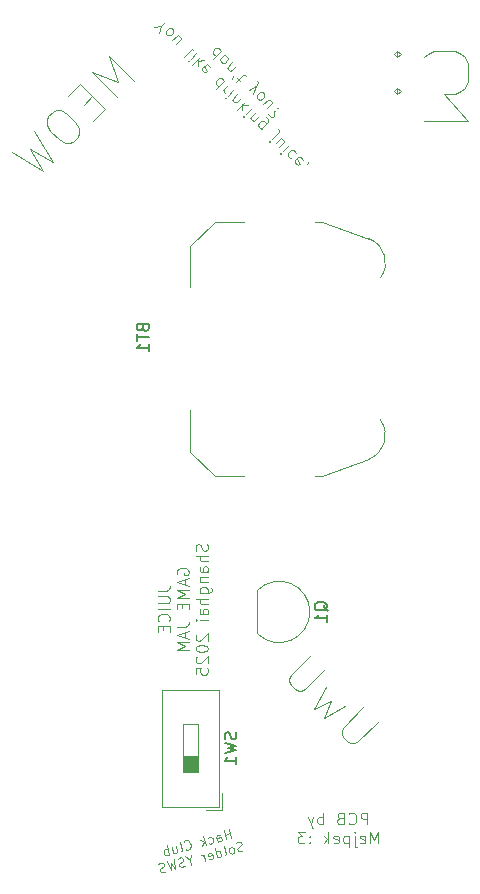
<source format=gbr>
%TF.GenerationSoftware,KiCad,Pcbnew,9.0.1*%
%TF.CreationDate,2025-04-10T00:36:24+08:00*%
%TF.ProjectId,juicePCB,6a756963-6550-4434-922e-6b696361645f,rev?*%
%TF.SameCoordinates,Original*%
%TF.FileFunction,Legend,Bot*%
%TF.FilePolarity,Positive*%
%FSLAX46Y46*%
G04 Gerber Fmt 4.6, Leading zero omitted, Abs format (unit mm)*
G04 Created by KiCad (PCBNEW 9.0.1) date 2025-04-10 00:36:24*
%MOMM*%
%LPD*%
G01*
G04 APERTURE LIST*
%ADD10C,0.100000*%
%ADD11C,0.150000*%
%ADD12C,0.120000*%
G04 APERTURE END LIST*
D10*
X142863366Y-141860903D02*
X142656311Y-141088162D01*
X142754908Y-141456134D02*
X142313342Y-141574451D01*
X142421800Y-141979220D02*
X142214745Y-141206480D01*
X141722654Y-142166556D02*
X141614196Y-141761787D01*
X141614196Y-141761787D02*
X141631274Y-141678333D01*
X141631274Y-141678333D02*
X141695008Y-141621816D01*
X141695008Y-141621816D02*
X141842197Y-141582377D01*
X141842197Y-141582377D02*
X141925651Y-141599455D01*
X141712794Y-142129759D02*
X141796248Y-142146836D01*
X141796248Y-142146836D02*
X141980234Y-142097537D01*
X141980234Y-142097537D02*
X142043969Y-142041021D01*
X142043969Y-142041021D02*
X142061046Y-141957567D01*
X142061046Y-141957567D02*
X142041327Y-141883972D01*
X142041327Y-141883972D02*
X141984810Y-141820238D01*
X141984810Y-141820238D02*
X141901356Y-141803160D01*
X141901356Y-141803160D02*
X141717370Y-141852459D01*
X141717370Y-141852459D02*
X141633916Y-141835381D01*
X141013647Y-142317095D02*
X141097101Y-142334172D01*
X141097101Y-142334172D02*
X141244290Y-142294733D01*
X141244290Y-142294733D02*
X141308025Y-142238216D01*
X141308025Y-142238216D02*
X141334962Y-142191559D01*
X141334962Y-142191559D02*
X141352040Y-142108105D01*
X141352040Y-142108105D02*
X141292881Y-141887322D01*
X141292881Y-141887322D02*
X141236364Y-141823588D01*
X141236364Y-141823588D02*
X141189707Y-141796650D01*
X141189707Y-141796650D02*
X141106253Y-141779573D01*
X141106253Y-141779573D02*
X140959065Y-141819012D01*
X140959065Y-141819012D02*
X140895330Y-141875528D01*
X140692333Y-142442630D02*
X140485277Y-141669889D01*
X140539860Y-142167972D02*
X140397955Y-142521508D01*
X140259919Y-142006347D02*
X140633174Y-142221847D01*
X139016740Y-142812725D02*
X139063397Y-142839662D01*
X139063397Y-142839662D02*
X139183648Y-142846880D01*
X139183648Y-142846880D02*
X139257243Y-142827161D01*
X139257243Y-142827161D02*
X139357775Y-142760784D01*
X139357775Y-142760784D02*
X139411649Y-142667470D01*
X139411649Y-142667470D02*
X139428727Y-142584016D01*
X139428727Y-142584016D02*
X139426085Y-142426968D01*
X139426085Y-142426968D02*
X139396506Y-142316576D01*
X139396506Y-142316576D02*
X139320269Y-142179247D01*
X139320269Y-142179247D02*
X139263753Y-142115513D01*
X139263753Y-142115513D02*
X139170439Y-142061638D01*
X139170439Y-142061638D02*
X139050188Y-142054420D01*
X139050188Y-142054420D02*
X138976593Y-142074140D01*
X138976593Y-142074140D02*
X138876061Y-142140516D01*
X138876061Y-142140516D02*
X138849124Y-142187173D01*
X138594894Y-143004637D02*
X138658628Y-142948120D01*
X138658628Y-142948120D02*
X138675706Y-142864666D01*
X138675706Y-142864666D02*
X138498230Y-142202317D01*
X137831304Y-142657093D02*
X137969341Y-143172253D01*
X138162479Y-142568355D02*
X138270937Y-142973123D01*
X138270937Y-142973123D02*
X138253859Y-143056578D01*
X138253859Y-143056578D02*
X138190124Y-143113094D01*
X138190124Y-143113094D02*
X138079733Y-143142674D01*
X138079733Y-143142674D02*
X137996279Y-143125596D01*
X137996279Y-143125596D02*
X137949622Y-143098659D01*
X137601369Y-143270851D02*
X137394314Y-142498110D01*
X137473192Y-142792488D02*
X137389738Y-142775410D01*
X137389738Y-142775410D02*
X137242549Y-142814849D01*
X137242549Y-142814849D02*
X137178815Y-142871366D01*
X137178815Y-142871366D02*
X137151877Y-142918023D01*
X137151877Y-142918023D02*
X137134800Y-143001477D01*
X137134800Y-143001477D02*
X137193958Y-143222260D01*
X137193958Y-143222260D02*
X137250475Y-143285994D01*
X137250475Y-143285994D02*
X137297132Y-143312932D01*
X137297132Y-143312932D02*
X137380586Y-143330009D01*
X137380586Y-143330009D02*
X137527775Y-143290570D01*
X137527775Y-143290570D02*
X137591509Y-143234054D01*
X143885999Y-142880839D02*
X143785467Y-142947216D01*
X143785467Y-142947216D02*
X143601482Y-142996515D01*
X143601482Y-142996515D02*
X143518027Y-142979437D01*
X143518027Y-142979437D02*
X143471371Y-142952500D01*
X143471371Y-142952500D02*
X143414854Y-142888765D01*
X143414854Y-142888765D02*
X143395134Y-142815171D01*
X143395134Y-142815171D02*
X143412212Y-142731716D01*
X143412212Y-142731716D02*
X143439149Y-142685060D01*
X143439149Y-142685060D02*
X143502884Y-142628543D01*
X143502884Y-142628543D02*
X143640213Y-142552307D01*
X143640213Y-142552307D02*
X143703947Y-142495790D01*
X143703947Y-142495790D02*
X143730885Y-142449133D01*
X143730885Y-142449133D02*
X143747962Y-142365679D01*
X143747962Y-142365679D02*
X143728243Y-142292084D01*
X143728243Y-142292084D02*
X143671726Y-142228350D01*
X143671726Y-142228350D02*
X143625069Y-142201412D01*
X143625069Y-142201412D02*
X143541615Y-142184335D01*
X143541615Y-142184335D02*
X143357629Y-142233634D01*
X143357629Y-142233634D02*
X143257097Y-142300010D01*
X143012727Y-143154271D02*
X143076461Y-143097754D01*
X143076461Y-143097754D02*
X143103399Y-143051097D01*
X143103399Y-143051097D02*
X143120476Y-142967643D01*
X143120476Y-142967643D02*
X143061318Y-142746860D01*
X143061318Y-142746860D02*
X143004801Y-142683126D01*
X143004801Y-142683126D02*
X142958144Y-142656188D01*
X142958144Y-142656188D02*
X142874690Y-142639111D01*
X142874690Y-142639111D02*
X142764298Y-142668690D01*
X142764298Y-142668690D02*
X142700564Y-142725207D01*
X142700564Y-142725207D02*
X142673626Y-142771864D01*
X142673626Y-142771864D02*
X142656549Y-142855318D01*
X142656549Y-142855318D02*
X142715707Y-143076101D01*
X142715707Y-143076101D02*
X142772224Y-143139835D01*
X142772224Y-143139835D02*
X142818881Y-143166773D01*
X142818881Y-143166773D02*
X142902335Y-143183850D01*
X142902335Y-143183850D02*
X143012727Y-143154271D01*
X142313580Y-143341607D02*
X142377314Y-143285090D01*
X142377314Y-143285090D02*
X142394392Y-143201636D01*
X142394392Y-143201636D02*
X142216916Y-142539287D01*
X141688027Y-143509223D02*
X141480972Y-142736482D01*
X141678168Y-143472426D02*
X141761622Y-143489504D01*
X141761622Y-143489504D02*
X141908811Y-143450064D01*
X141908811Y-143450064D02*
X141972545Y-143393548D01*
X141972545Y-143393548D02*
X141999483Y-143346891D01*
X141999483Y-143346891D02*
X142016560Y-143263437D01*
X142016560Y-143263437D02*
X141957401Y-143042654D01*
X141957401Y-143042654D02*
X141900885Y-142978919D01*
X141900885Y-142978919D02*
X141854228Y-142951982D01*
X141854228Y-142951982D02*
X141770774Y-142934904D01*
X141770774Y-142934904D02*
X141623585Y-142974343D01*
X141623585Y-142974343D02*
X141559850Y-143030860D01*
X141015818Y-143649902D02*
X141099272Y-143666980D01*
X141099272Y-143666980D02*
X141246461Y-143627540D01*
X141246461Y-143627540D02*
X141310196Y-143571024D01*
X141310196Y-143571024D02*
X141327273Y-143487570D01*
X141327273Y-143487570D02*
X141248395Y-143193192D01*
X141248395Y-143193192D02*
X141191878Y-143129458D01*
X141191878Y-143129458D02*
X141108424Y-143112380D01*
X141108424Y-143112380D02*
X140961235Y-143151819D01*
X140961235Y-143151819D02*
X140897501Y-143208336D01*
X140897501Y-143208336D02*
X140880423Y-143291790D01*
X140880423Y-143291790D02*
X140900143Y-143365384D01*
X140900143Y-143365384D02*
X141287834Y-143340381D01*
X140657706Y-143785297D02*
X140519670Y-143270136D01*
X140559109Y-143417325D02*
X140502592Y-143353590D01*
X140502592Y-143353590D02*
X140455935Y-143326653D01*
X140455935Y-143326653D02*
X140372481Y-143309575D01*
X140372481Y-143309575D02*
X140298887Y-143329295D01*
X139344802Y-143742698D02*
X139443400Y-144110669D01*
X139493925Y-143268910D02*
X139344802Y-143742698D01*
X139344802Y-143742698D02*
X138978764Y-143406947D01*
X138955177Y-144202049D02*
X138854645Y-144268426D01*
X138854645Y-144268426D02*
X138670659Y-144317724D01*
X138670659Y-144317724D02*
X138587205Y-144300647D01*
X138587205Y-144300647D02*
X138540548Y-144273709D01*
X138540548Y-144273709D02*
X138484031Y-144209975D01*
X138484031Y-144209975D02*
X138464312Y-144136381D01*
X138464312Y-144136381D02*
X138481389Y-144052926D01*
X138481389Y-144052926D02*
X138508327Y-144006269D01*
X138508327Y-144006269D02*
X138572061Y-143949753D01*
X138572061Y-143949753D02*
X138709390Y-143873516D01*
X138709390Y-143873516D02*
X138773125Y-143817000D01*
X138773125Y-143817000D02*
X138800062Y-143770343D01*
X138800062Y-143770343D02*
X138817140Y-143686889D01*
X138817140Y-143686889D02*
X138797420Y-143613294D01*
X138797420Y-143613294D02*
X138740904Y-143549560D01*
X138740904Y-143549560D02*
X138694247Y-143522622D01*
X138694247Y-143522622D02*
X138610793Y-143505545D01*
X138610793Y-143505545D02*
X138426807Y-143554844D01*
X138426807Y-143554844D02*
X138326275Y-143621220D01*
X138058835Y-143653441D02*
X138081904Y-144475481D01*
X138081904Y-144475481D02*
X137786819Y-143962962D01*
X137786819Y-143962962D02*
X137787527Y-144554359D01*
X137787527Y-144554359D02*
X137396486Y-143830917D01*
X137336101Y-144635879D02*
X137235569Y-144702256D01*
X137235569Y-144702256D02*
X137051583Y-144751555D01*
X137051583Y-144751555D02*
X136968129Y-144734477D01*
X136968129Y-144734477D02*
X136921472Y-144707540D01*
X136921472Y-144707540D02*
X136864955Y-144643805D01*
X136864955Y-144643805D02*
X136845236Y-144570211D01*
X136845236Y-144570211D02*
X136862313Y-144486757D01*
X136862313Y-144486757D02*
X136889251Y-144440100D01*
X136889251Y-144440100D02*
X136952985Y-144383583D01*
X136952985Y-144383583D02*
X137090314Y-144307347D01*
X137090314Y-144307347D02*
X137154049Y-144250830D01*
X137154049Y-144250830D02*
X137180986Y-144204173D01*
X137180986Y-144204173D02*
X137198064Y-144120719D01*
X137198064Y-144120719D02*
X137178344Y-144047124D01*
X137178344Y-144047124D02*
X137121828Y-143983390D01*
X137121828Y-143983390D02*
X137075171Y-143956452D01*
X137075171Y-143956452D02*
X136991716Y-143939375D01*
X136991716Y-143939375D02*
X136807731Y-143988674D01*
X136807731Y-143988674D02*
X136707199Y-144055050D01*
X134611930Y-77742216D02*
X132490610Y-75620896D01*
X132490610Y-75620896D02*
X133298732Y-77843232D01*
X133298732Y-77843232D02*
X131076396Y-77035110D01*
X131076396Y-77035110D02*
X133197717Y-79156430D01*
X131076397Y-79055414D02*
X130369290Y-79762521D01*
X131177412Y-81176735D02*
X132187564Y-80166582D01*
X132187564Y-80166582D02*
X130066244Y-78045262D01*
X130066244Y-78045262D02*
X129056092Y-79055414D01*
X127742893Y-80368613D02*
X127338832Y-80772674D01*
X127338832Y-80772674D02*
X127237817Y-81075720D01*
X127237817Y-81075720D02*
X127237817Y-81479781D01*
X127237817Y-81479781D02*
X127540863Y-81984857D01*
X127540863Y-81984857D02*
X128247969Y-82691964D01*
X128247969Y-82691964D02*
X128753046Y-82995010D01*
X128753046Y-82995010D02*
X129157107Y-82995010D01*
X129157107Y-82995010D02*
X129460152Y-82893994D01*
X129460152Y-82893994D02*
X129864213Y-82489933D01*
X129864213Y-82489933D02*
X129965229Y-82186888D01*
X129965229Y-82186888D02*
X129965229Y-81782827D01*
X129965229Y-81782827D02*
X129662183Y-81277750D01*
X129662183Y-81277750D02*
X128955076Y-80570643D01*
X128955076Y-80570643D02*
X128450000Y-80267598D01*
X128450000Y-80267598D02*
X128045939Y-80267598D01*
X128045939Y-80267598D02*
X127742893Y-80368613D01*
X126126649Y-81984857D02*
X127742893Y-84611254D01*
X127742893Y-84611254D02*
X125823603Y-83500086D01*
X125823603Y-83500086D02*
X126934771Y-85419376D01*
X126934771Y-85419376D02*
X124308374Y-83803132D01*
X155259823Y-132017704D02*
X153542564Y-133734963D01*
X153542564Y-133734963D02*
X153239518Y-133835978D01*
X153239518Y-133835978D02*
X153037487Y-133835978D01*
X153037487Y-133835978D02*
X152734442Y-133734963D01*
X152734442Y-133734963D02*
X152330381Y-133330902D01*
X152330381Y-133330902D02*
X152229365Y-133027856D01*
X152229365Y-133027856D02*
X152229365Y-132825826D01*
X152229365Y-132825826D02*
X152330381Y-132522780D01*
X152330381Y-132522780D02*
X154047640Y-130805521D01*
X152532411Y-130704506D02*
X150714137Y-131714658D01*
X150714137Y-131714658D02*
X151320228Y-130300445D01*
X151320228Y-130300445D02*
X149906014Y-130906536D01*
X149906014Y-130906536D02*
X150916167Y-129088262D01*
X150815152Y-127573033D02*
X149097893Y-129290292D01*
X149097893Y-129290292D02*
X148794847Y-129391307D01*
X148794847Y-129391307D02*
X148592816Y-129391307D01*
X148592816Y-129391307D02*
X148289771Y-129290292D01*
X148289771Y-129290292D02*
X147885710Y-128886231D01*
X147885710Y-128886231D02*
X147784694Y-128583185D01*
X147784694Y-128583185D02*
X147784694Y-128381155D01*
X147784694Y-128381155D02*
X147885710Y-128078109D01*
X147885710Y-128078109D02*
X149602969Y-126360850D01*
X154403003Y-140716382D02*
X154403003Y-139716382D01*
X154403003Y-139716382D02*
X154022051Y-139716382D01*
X154022051Y-139716382D02*
X153926813Y-139764001D01*
X153926813Y-139764001D02*
X153879194Y-139811620D01*
X153879194Y-139811620D02*
X153831575Y-139906858D01*
X153831575Y-139906858D02*
X153831575Y-140049715D01*
X153831575Y-140049715D02*
X153879194Y-140144953D01*
X153879194Y-140144953D02*
X153926813Y-140192572D01*
X153926813Y-140192572D02*
X154022051Y-140240191D01*
X154022051Y-140240191D02*
X154403003Y-140240191D01*
X152831575Y-140621143D02*
X152879194Y-140668763D01*
X152879194Y-140668763D02*
X153022051Y-140716382D01*
X153022051Y-140716382D02*
X153117289Y-140716382D01*
X153117289Y-140716382D02*
X153260146Y-140668763D01*
X153260146Y-140668763D02*
X153355384Y-140573524D01*
X153355384Y-140573524D02*
X153403003Y-140478286D01*
X153403003Y-140478286D02*
X153450622Y-140287810D01*
X153450622Y-140287810D02*
X153450622Y-140144953D01*
X153450622Y-140144953D02*
X153403003Y-139954477D01*
X153403003Y-139954477D02*
X153355384Y-139859239D01*
X153355384Y-139859239D02*
X153260146Y-139764001D01*
X153260146Y-139764001D02*
X153117289Y-139716382D01*
X153117289Y-139716382D02*
X153022051Y-139716382D01*
X153022051Y-139716382D02*
X152879194Y-139764001D01*
X152879194Y-139764001D02*
X152831575Y-139811620D01*
X152069670Y-140192572D02*
X151926813Y-140240191D01*
X151926813Y-140240191D02*
X151879194Y-140287810D01*
X151879194Y-140287810D02*
X151831575Y-140383048D01*
X151831575Y-140383048D02*
X151831575Y-140525905D01*
X151831575Y-140525905D02*
X151879194Y-140621143D01*
X151879194Y-140621143D02*
X151926813Y-140668763D01*
X151926813Y-140668763D02*
X152022051Y-140716382D01*
X152022051Y-140716382D02*
X152403003Y-140716382D01*
X152403003Y-140716382D02*
X152403003Y-139716382D01*
X152403003Y-139716382D02*
X152069670Y-139716382D01*
X152069670Y-139716382D02*
X151974432Y-139764001D01*
X151974432Y-139764001D02*
X151926813Y-139811620D01*
X151926813Y-139811620D02*
X151879194Y-139906858D01*
X151879194Y-139906858D02*
X151879194Y-140002096D01*
X151879194Y-140002096D02*
X151926813Y-140097334D01*
X151926813Y-140097334D02*
X151974432Y-140144953D01*
X151974432Y-140144953D02*
X152069670Y-140192572D01*
X152069670Y-140192572D02*
X152403003Y-140192572D01*
X150641098Y-140716382D02*
X150641098Y-139716382D01*
X150641098Y-140097334D02*
X150545860Y-140049715D01*
X150545860Y-140049715D02*
X150355384Y-140049715D01*
X150355384Y-140049715D02*
X150260146Y-140097334D01*
X150260146Y-140097334D02*
X150212527Y-140144953D01*
X150212527Y-140144953D02*
X150164908Y-140240191D01*
X150164908Y-140240191D02*
X150164908Y-140525905D01*
X150164908Y-140525905D02*
X150212527Y-140621143D01*
X150212527Y-140621143D02*
X150260146Y-140668763D01*
X150260146Y-140668763D02*
X150355384Y-140716382D01*
X150355384Y-140716382D02*
X150545860Y-140716382D01*
X150545860Y-140716382D02*
X150641098Y-140668763D01*
X149831574Y-140049715D02*
X149593479Y-140716382D01*
X149355384Y-140049715D02*
X149593479Y-140716382D01*
X149593479Y-140716382D02*
X149688717Y-140954477D01*
X149688717Y-140954477D02*
X149736336Y-141002096D01*
X149736336Y-141002096D02*
X149831574Y-141049715D01*
X155307764Y-142326326D02*
X155307764Y-141326326D01*
X155307764Y-141326326D02*
X154974431Y-142040611D01*
X154974431Y-142040611D02*
X154641098Y-141326326D01*
X154641098Y-141326326D02*
X154641098Y-142326326D01*
X153783955Y-142278707D02*
X153879193Y-142326326D01*
X153879193Y-142326326D02*
X154069669Y-142326326D01*
X154069669Y-142326326D02*
X154164907Y-142278707D01*
X154164907Y-142278707D02*
X154212526Y-142183468D01*
X154212526Y-142183468D02*
X154212526Y-141802516D01*
X154212526Y-141802516D02*
X154164907Y-141707278D01*
X154164907Y-141707278D02*
X154069669Y-141659659D01*
X154069669Y-141659659D02*
X153879193Y-141659659D01*
X153879193Y-141659659D02*
X153783955Y-141707278D01*
X153783955Y-141707278D02*
X153736336Y-141802516D01*
X153736336Y-141802516D02*
X153736336Y-141897754D01*
X153736336Y-141897754D02*
X154212526Y-141992992D01*
X153307764Y-141659659D02*
X153307764Y-142516802D01*
X153307764Y-142516802D02*
X153355383Y-142612040D01*
X153355383Y-142612040D02*
X153450621Y-142659659D01*
X153450621Y-142659659D02*
X153498240Y-142659659D01*
X153307764Y-141326326D02*
X153355383Y-141373945D01*
X153355383Y-141373945D02*
X153307764Y-141421564D01*
X153307764Y-141421564D02*
X153260145Y-141373945D01*
X153260145Y-141373945D02*
X153307764Y-141326326D01*
X153307764Y-141326326D02*
X153307764Y-141421564D01*
X152831574Y-141659659D02*
X152831574Y-142659659D01*
X152831574Y-141707278D02*
X152736336Y-141659659D01*
X152736336Y-141659659D02*
X152545860Y-141659659D01*
X152545860Y-141659659D02*
X152450622Y-141707278D01*
X152450622Y-141707278D02*
X152403003Y-141754897D01*
X152403003Y-141754897D02*
X152355384Y-141850135D01*
X152355384Y-141850135D02*
X152355384Y-142135849D01*
X152355384Y-142135849D02*
X152403003Y-142231087D01*
X152403003Y-142231087D02*
X152450622Y-142278707D01*
X152450622Y-142278707D02*
X152545860Y-142326326D01*
X152545860Y-142326326D02*
X152736336Y-142326326D01*
X152736336Y-142326326D02*
X152831574Y-142278707D01*
X151545860Y-142278707D02*
X151641098Y-142326326D01*
X151641098Y-142326326D02*
X151831574Y-142326326D01*
X151831574Y-142326326D02*
X151926812Y-142278707D01*
X151926812Y-142278707D02*
X151974431Y-142183468D01*
X151974431Y-142183468D02*
X151974431Y-141802516D01*
X151974431Y-141802516D02*
X151926812Y-141707278D01*
X151926812Y-141707278D02*
X151831574Y-141659659D01*
X151831574Y-141659659D02*
X151641098Y-141659659D01*
X151641098Y-141659659D02*
X151545860Y-141707278D01*
X151545860Y-141707278D02*
X151498241Y-141802516D01*
X151498241Y-141802516D02*
X151498241Y-141897754D01*
X151498241Y-141897754D02*
X151974431Y-141992992D01*
X151069669Y-142326326D02*
X151069669Y-141326326D01*
X150974431Y-141945373D02*
X150688717Y-142326326D01*
X150688717Y-141659659D02*
X151069669Y-142040611D01*
X149498240Y-142231087D02*
X149450621Y-142278707D01*
X149450621Y-142278707D02*
X149498240Y-142326326D01*
X149498240Y-142326326D02*
X149545859Y-142278707D01*
X149545859Y-142278707D02*
X149498240Y-142231087D01*
X149498240Y-142231087D02*
X149498240Y-142326326D01*
X149498240Y-141707278D02*
X149450621Y-141754897D01*
X149450621Y-141754897D02*
X149498240Y-141802516D01*
X149498240Y-141802516D02*
X149545859Y-141754897D01*
X149545859Y-141754897D02*
X149498240Y-141707278D01*
X149498240Y-141707278D02*
X149498240Y-141802516D01*
X149117288Y-141326326D02*
X148498241Y-141326326D01*
X148498241Y-141326326D02*
X148831574Y-141707278D01*
X148831574Y-141707278D02*
X148688717Y-141707278D01*
X148688717Y-141707278D02*
X148593479Y-141754897D01*
X148593479Y-141754897D02*
X148545860Y-141802516D01*
X148545860Y-141802516D02*
X148498241Y-141897754D01*
X148498241Y-141897754D02*
X148498241Y-142135849D01*
X148498241Y-142135849D02*
X148545860Y-142231087D01*
X148545860Y-142231087D02*
X148593479Y-142278707D01*
X148593479Y-142278707D02*
X148688717Y-142326326D01*
X148688717Y-142326326D02*
X148974431Y-142326326D01*
X148974431Y-142326326D02*
X149069669Y-142278707D01*
X149069669Y-142278707D02*
X149117288Y-142231087D01*
X136918416Y-73076175D02*
X137255133Y-72739458D01*
X136312324Y-73210862D02*
X136918416Y-73076175D01*
X136918416Y-73076175D02*
X136783729Y-73682267D01*
X137827553Y-73311878D02*
X137726538Y-73278206D01*
X137726538Y-73278206D02*
X137659194Y-73278206D01*
X137659194Y-73278206D02*
X137558179Y-73311878D01*
X137558179Y-73311878D02*
X137356149Y-73513908D01*
X137356149Y-73513908D02*
X137322477Y-73614924D01*
X137322477Y-73614924D02*
X137322477Y-73682267D01*
X137322477Y-73682267D02*
X137356149Y-73783282D01*
X137356149Y-73783282D02*
X137457164Y-73884298D01*
X137457164Y-73884298D02*
X137558179Y-73917969D01*
X137558179Y-73917969D02*
X137625523Y-73917969D01*
X137625523Y-73917969D02*
X137726538Y-73884298D01*
X137726538Y-73884298D02*
X137928568Y-73682267D01*
X137928568Y-73682267D02*
X137962240Y-73581252D01*
X137962240Y-73581252D02*
X137962240Y-73513908D01*
X137962240Y-73513908D02*
X137928568Y-73412893D01*
X137928568Y-73412893D02*
X137827553Y-73311878D01*
X138197942Y-74625076D02*
X138669347Y-74153672D01*
X137894897Y-74322030D02*
X138265286Y-73951641D01*
X138265286Y-73951641D02*
X138366301Y-73917969D01*
X138366301Y-73917969D02*
X138467316Y-73951641D01*
X138467316Y-73951641D02*
X138568332Y-74052656D01*
X138568332Y-74052656D02*
X138602003Y-74153672D01*
X138602003Y-74153672D02*
X138602003Y-74221015D01*
X139645828Y-75130153D02*
X139544813Y-75096481D01*
X139544813Y-75096481D02*
X139443797Y-75130153D01*
X139443797Y-75130153D02*
X138837706Y-75736244D01*
X139915202Y-75399527D02*
X139443798Y-75870932D01*
X139208096Y-76106634D02*
X139208096Y-76039290D01*
X139208096Y-76039290D02*
X139275439Y-76039290D01*
X139275439Y-76039290D02*
X139275439Y-76106634D01*
X139275439Y-76106634D02*
X139208096Y-76106634D01*
X139208096Y-76106634D02*
X139275439Y-76039290D01*
X140251920Y-75736244D02*
X139544813Y-76443351D01*
X140049889Y-76072962D02*
X140521294Y-76005618D01*
X140049889Y-76477023D02*
X140049889Y-75938275D01*
X141060042Y-76611710D02*
X141026370Y-76510695D01*
X141026370Y-76510695D02*
X140891683Y-76376008D01*
X140891683Y-76376008D02*
X140790668Y-76342336D01*
X140790668Y-76342336D02*
X140689652Y-76376008D01*
X140689652Y-76376008D02*
X140420278Y-76645382D01*
X140420278Y-76645382D02*
X140386607Y-76746397D01*
X140386607Y-76746397D02*
X140420278Y-76847412D01*
X140420278Y-76847412D02*
X140554965Y-76982099D01*
X140554965Y-76982099D02*
X140655981Y-77015771D01*
X140655981Y-77015771D02*
X140756996Y-76982099D01*
X140756996Y-76982099D02*
X140824339Y-76914756D01*
X140824339Y-76914756D02*
X140554965Y-76510695D01*
X142272225Y-77756550D02*
X141565118Y-78463657D01*
X142238553Y-77790221D02*
X142204882Y-77689206D01*
X142204882Y-77689206D02*
X142070195Y-77554519D01*
X142070195Y-77554519D02*
X141969179Y-77520847D01*
X141969179Y-77520847D02*
X141901836Y-77520847D01*
X141901836Y-77520847D02*
X141800821Y-77554519D01*
X141800821Y-77554519D02*
X141598790Y-77756550D01*
X141598790Y-77756550D02*
X141565118Y-77857565D01*
X141565118Y-77857565D02*
X141565118Y-77924908D01*
X141565118Y-77924908D02*
X141598790Y-78025924D01*
X141598790Y-78025924D02*
X141733477Y-78160611D01*
X141733477Y-78160611D02*
X141834492Y-78194283D01*
X142608943Y-78093267D02*
X142137538Y-78564672D01*
X142272225Y-78429985D02*
X142238553Y-78531000D01*
X142238553Y-78531000D02*
X142238553Y-78598344D01*
X142238553Y-78598344D02*
X142272225Y-78699359D01*
X142272225Y-78699359D02*
X142339569Y-78766702D01*
X143046676Y-78531000D02*
X142575271Y-79002405D01*
X142339569Y-79238107D02*
X142339569Y-79170764D01*
X142339569Y-79170764D02*
X142406912Y-79170764D01*
X142406912Y-79170764D02*
X142406912Y-79238107D01*
X142406912Y-79238107D02*
X142339569Y-79238107D01*
X142339569Y-79238107D02*
X142406912Y-79170764D01*
X142911988Y-79339122D02*
X143383393Y-78867718D01*
X142979332Y-79271779D02*
X142979332Y-79339122D01*
X142979332Y-79339122D02*
X143013004Y-79440137D01*
X143013004Y-79440137D02*
X143114019Y-79541153D01*
X143114019Y-79541153D02*
X143215034Y-79574824D01*
X143215034Y-79574824D02*
X143316049Y-79541153D01*
X143316049Y-79541153D02*
X143686439Y-79170763D01*
X144023156Y-79507481D02*
X143316049Y-80214588D01*
X143821126Y-79844198D02*
X144292530Y-79776855D01*
X143821126Y-80248259D02*
X143821126Y-79709511D01*
X144595576Y-80079901D02*
X144124172Y-80551305D01*
X143888469Y-80787008D02*
X143888469Y-80719664D01*
X143888469Y-80719664D02*
X143955813Y-80719664D01*
X143955813Y-80719664D02*
X143955813Y-80787008D01*
X143955813Y-80787008D02*
X143888469Y-80787008D01*
X143888469Y-80787008D02*
X143955813Y-80719664D01*
X144460889Y-80888022D02*
X144932293Y-80416618D01*
X144528232Y-80820679D02*
X144528232Y-80888022D01*
X144528232Y-80888022D02*
X144561904Y-80989038D01*
X144561904Y-80989038D02*
X144662919Y-81090053D01*
X144662919Y-81090053D02*
X144763934Y-81123725D01*
X144763934Y-81123725D02*
X144864950Y-81090053D01*
X144864950Y-81090053D02*
X145235339Y-80719664D01*
X145403698Y-81830832D02*
X145976118Y-81258412D01*
X145976118Y-81258412D02*
X146009789Y-81157397D01*
X146009789Y-81157397D02*
X146009789Y-81090053D01*
X146009789Y-81090053D02*
X145976118Y-80989038D01*
X145976118Y-80989038D02*
X145875102Y-80888023D01*
X145875102Y-80888023D02*
X145774087Y-80854351D01*
X145841431Y-81393099D02*
X145807759Y-81292084D01*
X145807759Y-81292084D02*
X145673072Y-81157397D01*
X145673072Y-81157397D02*
X145572057Y-81123725D01*
X145572057Y-81123725D02*
X145504713Y-81123725D01*
X145504713Y-81123725D02*
X145403698Y-81157397D01*
X145403698Y-81157397D02*
X145201667Y-81359427D01*
X145201667Y-81359427D02*
X145167996Y-81460442D01*
X145167996Y-81460442D02*
X145167996Y-81527786D01*
X145167996Y-81527786D02*
X145201667Y-81628801D01*
X145201667Y-81628801D02*
X145336354Y-81763488D01*
X145336354Y-81763488D02*
X145437370Y-81797160D01*
X146279164Y-82706297D02*
X146885255Y-82100206D01*
X146885255Y-82100206D02*
X146918927Y-81999191D01*
X146918927Y-81999191D02*
X146885255Y-81898175D01*
X146885255Y-81898175D02*
X146851583Y-81864504D01*
X146043461Y-82942000D02*
X146043461Y-82874656D01*
X146043461Y-82874656D02*
X146110805Y-82874656D01*
X146110805Y-82874656D02*
X146110805Y-82942000D01*
X146110805Y-82942000D02*
X146043461Y-82942000D01*
X146043461Y-82942000D02*
X146110805Y-82874656D01*
X146918927Y-83346060D02*
X147390331Y-82874656D01*
X146615881Y-83043015D02*
X146986270Y-82672625D01*
X146986270Y-82672625D02*
X147087285Y-82638954D01*
X147087285Y-82638954D02*
X147188301Y-82672625D01*
X147188301Y-82672625D02*
X147289316Y-82773641D01*
X147289316Y-82773641D02*
X147322988Y-82874656D01*
X147322988Y-82874656D02*
X147322988Y-82941999D01*
X147727049Y-83211373D02*
X147255644Y-83682778D01*
X147019942Y-83918480D02*
X147019942Y-83851137D01*
X147019942Y-83851137D02*
X147087285Y-83851137D01*
X147087285Y-83851137D02*
X147087285Y-83918480D01*
X147087285Y-83918480D02*
X147019942Y-83918480D01*
X147019942Y-83918480D02*
X147087285Y-83851137D01*
X148333140Y-83884808D02*
X148299468Y-83783793D01*
X148299468Y-83783793D02*
X148164781Y-83649106D01*
X148164781Y-83649106D02*
X148063766Y-83615434D01*
X148063766Y-83615434D02*
X147996422Y-83615434D01*
X147996422Y-83615434D02*
X147895407Y-83649106D01*
X147895407Y-83649106D02*
X147693377Y-83851136D01*
X147693377Y-83851136D02*
X147659705Y-83952152D01*
X147659705Y-83952152D02*
X147659705Y-84019495D01*
X147659705Y-84019495D02*
X147693377Y-84120510D01*
X147693377Y-84120510D02*
X147828064Y-84255197D01*
X147828064Y-84255197D02*
X147929079Y-84288869D01*
X148905560Y-84457228D02*
X148871888Y-84356213D01*
X148871888Y-84356213D02*
X148737201Y-84221526D01*
X148737201Y-84221526D02*
X148636186Y-84187854D01*
X148636186Y-84187854D02*
X148535170Y-84221526D01*
X148535170Y-84221526D02*
X148265796Y-84490900D01*
X148265796Y-84490900D02*
X148232125Y-84591915D01*
X148232125Y-84591915D02*
X148265796Y-84692930D01*
X148265796Y-84692930D02*
X148400483Y-84827617D01*
X148400483Y-84827617D02*
X148501499Y-84861289D01*
X148501499Y-84861289D02*
X148602514Y-84827617D01*
X148602514Y-84827617D02*
X148669857Y-84760274D01*
X148669857Y-84760274D02*
X148400483Y-84356213D01*
X149275949Y-84827617D02*
X149309621Y-84793946D01*
X149309621Y-84793946D02*
X149343293Y-84692930D01*
X149343293Y-84692930D02*
X149343293Y-84625587D01*
X141996412Y-75203933D02*
X141289305Y-75911040D01*
X141962740Y-75237605D02*
X141929069Y-75136589D01*
X141929069Y-75136589D02*
X141794382Y-75001902D01*
X141794382Y-75001902D02*
X141693366Y-74968230D01*
X141693366Y-74968230D02*
X141626023Y-74968230D01*
X141626023Y-74968230D02*
X141525008Y-75001902D01*
X141525008Y-75001902D02*
X141322977Y-75203933D01*
X141322977Y-75203933D02*
X141289305Y-75304948D01*
X141289305Y-75304948D02*
X141289305Y-75372292D01*
X141289305Y-75372292D02*
X141322977Y-75473307D01*
X141322977Y-75473307D02*
X141457664Y-75607994D01*
X141457664Y-75607994D02*
X141558679Y-75641666D01*
X142434145Y-75641666D02*
X142333130Y-75607994D01*
X142333130Y-75607994D02*
X142265786Y-75607994D01*
X142265786Y-75607994D02*
X142164771Y-75641666D01*
X142164771Y-75641666D02*
X141962740Y-75843696D01*
X141962740Y-75843696D02*
X141929069Y-75944711D01*
X141929069Y-75944711D02*
X141929069Y-76012055D01*
X141929069Y-76012055D02*
X141962740Y-76113070D01*
X141962740Y-76113070D02*
X142063756Y-76214085D01*
X142063756Y-76214085D02*
X142164771Y-76247757D01*
X142164771Y-76247757D02*
X142232114Y-76247757D01*
X142232114Y-76247757D02*
X142333130Y-76214085D01*
X142333130Y-76214085D02*
X142535160Y-76012055D01*
X142535160Y-76012055D02*
X142568832Y-75911040D01*
X142568832Y-75911040D02*
X142568832Y-75843696D01*
X142568832Y-75843696D02*
X142535160Y-75742681D01*
X142535160Y-75742681D02*
X142434145Y-75641666D01*
X142501488Y-76651818D02*
X142972893Y-76180414D01*
X142568832Y-76584475D02*
X142568832Y-76651818D01*
X142568832Y-76651818D02*
X142602504Y-76752833D01*
X142602504Y-76752833D02*
X142703519Y-76853849D01*
X142703519Y-76853849D02*
X142804534Y-76887520D01*
X142804534Y-76887520D02*
X142905549Y-76853849D01*
X142905549Y-76853849D02*
X143275939Y-76483459D01*
X142939221Y-77560956D02*
X143006565Y-77358925D01*
X143376954Y-77527283D02*
X143646328Y-77796657D01*
X143242267Y-77864001D02*
X143848358Y-77257909D01*
X143848358Y-77257909D02*
X143949373Y-77224238D01*
X143949373Y-77224238D02*
X144050389Y-77257909D01*
X144050389Y-77257909D02*
X144117732Y-77325253D01*
X144353435Y-78503765D02*
X144993198Y-78200719D01*
X144690153Y-78840482D02*
X144993198Y-78200719D01*
X144993198Y-78200719D02*
X145094214Y-77965017D01*
X145094214Y-77965017D02*
X145094214Y-77897673D01*
X145094214Y-77897673D02*
X145060542Y-77796658D01*
X145531946Y-78739467D02*
X145430931Y-78705795D01*
X145430931Y-78705795D02*
X145363588Y-78705795D01*
X145363588Y-78705795D02*
X145262572Y-78739467D01*
X145262572Y-78739467D02*
X145060542Y-78941498D01*
X145060542Y-78941498D02*
X145026870Y-79042513D01*
X145026870Y-79042513D02*
X145026870Y-79109856D01*
X145026870Y-79109856D02*
X145060542Y-79210872D01*
X145060542Y-79210872D02*
X145161557Y-79311887D01*
X145161557Y-79311887D02*
X145262572Y-79345559D01*
X145262572Y-79345559D02*
X145329916Y-79345559D01*
X145329916Y-79345559D02*
X145430931Y-79311887D01*
X145430931Y-79311887D02*
X145632962Y-79109856D01*
X145632962Y-79109856D02*
X145666633Y-79008841D01*
X145666633Y-79008841D02*
X145666633Y-78941498D01*
X145666633Y-78941498D02*
X145632962Y-78840482D01*
X145632962Y-78840482D02*
X145531946Y-78739467D01*
X145902336Y-80052666D02*
X146373740Y-79581261D01*
X145599290Y-79749620D02*
X145969679Y-79379231D01*
X145969679Y-79379231D02*
X146070695Y-79345559D01*
X146070695Y-79345559D02*
X146171710Y-79379231D01*
X146171710Y-79379231D02*
X146272725Y-79480246D01*
X146272725Y-79480246D02*
X146306397Y-79581261D01*
X146306397Y-79581261D02*
X146306397Y-79648605D01*
X146744130Y-80086337D02*
X146811473Y-80086337D01*
X146811473Y-80086337D02*
X146811473Y-80018994D01*
X146811473Y-80018994D02*
X146744130Y-80018994D01*
X146744130Y-80018994D02*
X146744130Y-80086337D01*
X146744130Y-80086337D02*
X146811473Y-80018994D01*
X146003351Y-80557742D02*
X146037023Y-80658757D01*
X146037023Y-80658757D02*
X146205382Y-80827116D01*
X146205382Y-80827116D02*
X146306397Y-80860788D01*
X146306397Y-80860788D02*
X146407412Y-80827116D01*
X146407412Y-80827116D02*
X146474756Y-80759772D01*
X146474756Y-80759772D02*
X146508427Y-80658757D01*
X146508427Y-80658757D02*
X146508427Y-80591414D01*
X146508427Y-80591414D02*
X146474756Y-80490398D01*
X146474756Y-80490398D02*
X146474756Y-80423055D01*
X146474756Y-80423055D02*
X146508427Y-80322040D01*
X146508427Y-80322040D02*
X146542099Y-80288368D01*
X156921173Y-75764821D02*
X157206887Y-75479107D01*
X157206887Y-75479107D02*
X156921173Y-75193392D01*
X156921173Y-75193392D02*
X156635459Y-75479107D01*
X156635459Y-75479107D02*
X156921173Y-75764821D01*
X156921173Y-75764821D02*
X156921173Y-75193392D01*
X156921173Y-78907678D02*
X157206887Y-78621964D01*
X157206887Y-78621964D02*
X156921173Y-78336249D01*
X156921173Y-78336249D02*
X156635459Y-78621964D01*
X156635459Y-78621964D02*
X156921173Y-78907678D01*
X156921173Y-78907678D02*
X156921173Y-78336249D01*
X159206887Y-81193392D02*
X162921173Y-81193392D01*
X162921173Y-81193392D02*
X160921173Y-78907678D01*
X160921173Y-78907678D02*
X161778316Y-78907678D01*
X161778316Y-78907678D02*
X162349745Y-78621964D01*
X162349745Y-78621964D02*
X162635459Y-78336249D01*
X162635459Y-78336249D02*
X162921173Y-77764821D01*
X162921173Y-77764821D02*
X162921173Y-76336249D01*
X162921173Y-76336249D02*
X162635459Y-75764821D01*
X162635459Y-75764821D02*
X162349745Y-75479107D01*
X162349745Y-75479107D02*
X161778316Y-75193392D01*
X161778316Y-75193392D02*
X160064030Y-75193392D01*
X160064030Y-75193392D02*
X159492602Y-75479107D01*
X159492602Y-75479107D02*
X159206887Y-75764821D01*
X136652531Y-120928571D02*
X137366816Y-120928571D01*
X137366816Y-120928571D02*
X137509673Y-120880952D01*
X137509673Y-120880952D02*
X137604912Y-120785714D01*
X137604912Y-120785714D02*
X137652531Y-120642857D01*
X137652531Y-120642857D02*
X137652531Y-120547619D01*
X136652531Y-121404762D02*
X137462054Y-121404762D01*
X137462054Y-121404762D02*
X137557292Y-121452381D01*
X137557292Y-121452381D02*
X137604912Y-121500000D01*
X137604912Y-121500000D02*
X137652531Y-121595238D01*
X137652531Y-121595238D02*
X137652531Y-121785714D01*
X137652531Y-121785714D02*
X137604912Y-121880952D01*
X137604912Y-121880952D02*
X137557292Y-121928571D01*
X137557292Y-121928571D02*
X137462054Y-121976190D01*
X137462054Y-121976190D02*
X136652531Y-121976190D01*
X137652531Y-122452381D02*
X136652531Y-122452381D01*
X137557292Y-123499999D02*
X137604912Y-123452380D01*
X137604912Y-123452380D02*
X137652531Y-123309523D01*
X137652531Y-123309523D02*
X137652531Y-123214285D01*
X137652531Y-123214285D02*
X137604912Y-123071428D01*
X137604912Y-123071428D02*
X137509673Y-122976190D01*
X137509673Y-122976190D02*
X137414435Y-122928571D01*
X137414435Y-122928571D02*
X137223959Y-122880952D01*
X137223959Y-122880952D02*
X137081102Y-122880952D01*
X137081102Y-122880952D02*
X136890626Y-122928571D01*
X136890626Y-122928571D02*
X136795388Y-122976190D01*
X136795388Y-122976190D02*
X136700150Y-123071428D01*
X136700150Y-123071428D02*
X136652531Y-123214285D01*
X136652531Y-123214285D02*
X136652531Y-123309523D01*
X136652531Y-123309523D02*
X136700150Y-123452380D01*
X136700150Y-123452380D02*
X136747769Y-123499999D01*
X137128721Y-123928571D02*
X137128721Y-124261904D01*
X137652531Y-124404761D02*
X137652531Y-123928571D01*
X137652531Y-123928571D02*
X136652531Y-123928571D01*
X136652531Y-123928571D02*
X136652531Y-124404761D01*
X138310094Y-119547618D02*
X138262475Y-119452380D01*
X138262475Y-119452380D02*
X138262475Y-119309523D01*
X138262475Y-119309523D02*
X138310094Y-119166666D01*
X138310094Y-119166666D02*
X138405332Y-119071428D01*
X138405332Y-119071428D02*
X138500570Y-119023809D01*
X138500570Y-119023809D02*
X138691046Y-118976190D01*
X138691046Y-118976190D02*
X138833903Y-118976190D01*
X138833903Y-118976190D02*
X139024379Y-119023809D01*
X139024379Y-119023809D02*
X139119617Y-119071428D01*
X139119617Y-119071428D02*
X139214856Y-119166666D01*
X139214856Y-119166666D02*
X139262475Y-119309523D01*
X139262475Y-119309523D02*
X139262475Y-119404761D01*
X139262475Y-119404761D02*
X139214856Y-119547618D01*
X139214856Y-119547618D02*
X139167236Y-119595237D01*
X139167236Y-119595237D02*
X138833903Y-119595237D01*
X138833903Y-119595237D02*
X138833903Y-119404761D01*
X138976760Y-119976190D02*
X138976760Y-120452380D01*
X139262475Y-119880952D02*
X138262475Y-120214285D01*
X138262475Y-120214285D02*
X139262475Y-120547618D01*
X139262475Y-120880952D02*
X138262475Y-120880952D01*
X138262475Y-120880952D02*
X138976760Y-121214285D01*
X138976760Y-121214285D02*
X138262475Y-121547618D01*
X138262475Y-121547618D02*
X139262475Y-121547618D01*
X138738665Y-122023809D02*
X138738665Y-122357142D01*
X139262475Y-122499999D02*
X139262475Y-122023809D01*
X139262475Y-122023809D02*
X138262475Y-122023809D01*
X138262475Y-122023809D02*
X138262475Y-122499999D01*
X138262475Y-123976190D02*
X138976760Y-123976190D01*
X138976760Y-123976190D02*
X139119617Y-123928571D01*
X139119617Y-123928571D02*
X139214856Y-123833333D01*
X139214856Y-123833333D02*
X139262475Y-123690476D01*
X139262475Y-123690476D02*
X139262475Y-123595238D01*
X138976760Y-124404762D02*
X138976760Y-124880952D01*
X139262475Y-124309524D02*
X138262475Y-124642857D01*
X138262475Y-124642857D02*
X139262475Y-124976190D01*
X139262475Y-125309524D02*
X138262475Y-125309524D01*
X138262475Y-125309524D02*
X138976760Y-125642857D01*
X138976760Y-125642857D02*
X138262475Y-125976190D01*
X138262475Y-125976190D02*
X139262475Y-125976190D01*
X140824800Y-116976190D02*
X140872419Y-117119047D01*
X140872419Y-117119047D02*
X140872419Y-117357142D01*
X140872419Y-117357142D02*
X140824800Y-117452380D01*
X140824800Y-117452380D02*
X140777180Y-117499999D01*
X140777180Y-117499999D02*
X140681942Y-117547618D01*
X140681942Y-117547618D02*
X140586704Y-117547618D01*
X140586704Y-117547618D02*
X140491466Y-117499999D01*
X140491466Y-117499999D02*
X140443847Y-117452380D01*
X140443847Y-117452380D02*
X140396228Y-117357142D01*
X140396228Y-117357142D02*
X140348609Y-117166666D01*
X140348609Y-117166666D02*
X140300990Y-117071428D01*
X140300990Y-117071428D02*
X140253371Y-117023809D01*
X140253371Y-117023809D02*
X140158133Y-116976190D01*
X140158133Y-116976190D02*
X140062895Y-116976190D01*
X140062895Y-116976190D02*
X139967657Y-117023809D01*
X139967657Y-117023809D02*
X139920038Y-117071428D01*
X139920038Y-117071428D02*
X139872419Y-117166666D01*
X139872419Y-117166666D02*
X139872419Y-117404761D01*
X139872419Y-117404761D02*
X139920038Y-117547618D01*
X140872419Y-117976190D02*
X139872419Y-117976190D01*
X140872419Y-118404761D02*
X140348609Y-118404761D01*
X140348609Y-118404761D02*
X140253371Y-118357142D01*
X140253371Y-118357142D02*
X140205752Y-118261904D01*
X140205752Y-118261904D02*
X140205752Y-118119047D01*
X140205752Y-118119047D02*
X140253371Y-118023809D01*
X140253371Y-118023809D02*
X140300990Y-117976190D01*
X140872419Y-119309523D02*
X140348609Y-119309523D01*
X140348609Y-119309523D02*
X140253371Y-119261904D01*
X140253371Y-119261904D02*
X140205752Y-119166666D01*
X140205752Y-119166666D02*
X140205752Y-118976190D01*
X140205752Y-118976190D02*
X140253371Y-118880952D01*
X140824800Y-119309523D02*
X140872419Y-119214285D01*
X140872419Y-119214285D02*
X140872419Y-118976190D01*
X140872419Y-118976190D02*
X140824800Y-118880952D01*
X140824800Y-118880952D02*
X140729561Y-118833333D01*
X140729561Y-118833333D02*
X140634323Y-118833333D01*
X140634323Y-118833333D02*
X140539085Y-118880952D01*
X140539085Y-118880952D02*
X140491466Y-118976190D01*
X140491466Y-118976190D02*
X140491466Y-119214285D01*
X140491466Y-119214285D02*
X140443847Y-119309523D01*
X140205752Y-119785714D02*
X140872419Y-119785714D01*
X140300990Y-119785714D02*
X140253371Y-119833333D01*
X140253371Y-119833333D02*
X140205752Y-119928571D01*
X140205752Y-119928571D02*
X140205752Y-120071428D01*
X140205752Y-120071428D02*
X140253371Y-120166666D01*
X140253371Y-120166666D02*
X140348609Y-120214285D01*
X140348609Y-120214285D02*
X140872419Y-120214285D01*
X140205752Y-121119047D02*
X141015276Y-121119047D01*
X141015276Y-121119047D02*
X141110514Y-121071428D01*
X141110514Y-121071428D02*
X141158133Y-121023809D01*
X141158133Y-121023809D02*
X141205752Y-120928571D01*
X141205752Y-120928571D02*
X141205752Y-120785714D01*
X141205752Y-120785714D02*
X141158133Y-120690476D01*
X140824800Y-121119047D02*
X140872419Y-121023809D01*
X140872419Y-121023809D02*
X140872419Y-120833333D01*
X140872419Y-120833333D02*
X140824800Y-120738095D01*
X140824800Y-120738095D02*
X140777180Y-120690476D01*
X140777180Y-120690476D02*
X140681942Y-120642857D01*
X140681942Y-120642857D02*
X140396228Y-120642857D01*
X140396228Y-120642857D02*
X140300990Y-120690476D01*
X140300990Y-120690476D02*
X140253371Y-120738095D01*
X140253371Y-120738095D02*
X140205752Y-120833333D01*
X140205752Y-120833333D02*
X140205752Y-121023809D01*
X140205752Y-121023809D02*
X140253371Y-121119047D01*
X140872419Y-121595238D02*
X139872419Y-121595238D01*
X140872419Y-122023809D02*
X140348609Y-122023809D01*
X140348609Y-122023809D02*
X140253371Y-121976190D01*
X140253371Y-121976190D02*
X140205752Y-121880952D01*
X140205752Y-121880952D02*
X140205752Y-121738095D01*
X140205752Y-121738095D02*
X140253371Y-121642857D01*
X140253371Y-121642857D02*
X140300990Y-121595238D01*
X140872419Y-122928571D02*
X140348609Y-122928571D01*
X140348609Y-122928571D02*
X140253371Y-122880952D01*
X140253371Y-122880952D02*
X140205752Y-122785714D01*
X140205752Y-122785714D02*
X140205752Y-122595238D01*
X140205752Y-122595238D02*
X140253371Y-122500000D01*
X140824800Y-122928571D02*
X140872419Y-122833333D01*
X140872419Y-122833333D02*
X140872419Y-122595238D01*
X140872419Y-122595238D02*
X140824800Y-122500000D01*
X140824800Y-122500000D02*
X140729561Y-122452381D01*
X140729561Y-122452381D02*
X140634323Y-122452381D01*
X140634323Y-122452381D02*
X140539085Y-122500000D01*
X140539085Y-122500000D02*
X140491466Y-122595238D01*
X140491466Y-122595238D02*
X140491466Y-122833333D01*
X140491466Y-122833333D02*
X140443847Y-122928571D01*
X140872419Y-123404762D02*
X140205752Y-123404762D01*
X139872419Y-123404762D02*
X139920038Y-123357143D01*
X139920038Y-123357143D02*
X139967657Y-123404762D01*
X139967657Y-123404762D02*
X139920038Y-123452381D01*
X139920038Y-123452381D02*
X139872419Y-123404762D01*
X139872419Y-123404762D02*
X139967657Y-123404762D01*
X139967657Y-124595238D02*
X139920038Y-124642857D01*
X139920038Y-124642857D02*
X139872419Y-124738095D01*
X139872419Y-124738095D02*
X139872419Y-124976190D01*
X139872419Y-124976190D02*
X139920038Y-125071428D01*
X139920038Y-125071428D02*
X139967657Y-125119047D01*
X139967657Y-125119047D02*
X140062895Y-125166666D01*
X140062895Y-125166666D02*
X140158133Y-125166666D01*
X140158133Y-125166666D02*
X140300990Y-125119047D01*
X140300990Y-125119047D02*
X140872419Y-124547619D01*
X140872419Y-124547619D02*
X140872419Y-125166666D01*
X139872419Y-125785714D02*
X139872419Y-125880952D01*
X139872419Y-125880952D02*
X139920038Y-125976190D01*
X139920038Y-125976190D02*
X139967657Y-126023809D01*
X139967657Y-126023809D02*
X140062895Y-126071428D01*
X140062895Y-126071428D02*
X140253371Y-126119047D01*
X140253371Y-126119047D02*
X140491466Y-126119047D01*
X140491466Y-126119047D02*
X140681942Y-126071428D01*
X140681942Y-126071428D02*
X140777180Y-126023809D01*
X140777180Y-126023809D02*
X140824800Y-125976190D01*
X140824800Y-125976190D02*
X140872419Y-125880952D01*
X140872419Y-125880952D02*
X140872419Y-125785714D01*
X140872419Y-125785714D02*
X140824800Y-125690476D01*
X140824800Y-125690476D02*
X140777180Y-125642857D01*
X140777180Y-125642857D02*
X140681942Y-125595238D01*
X140681942Y-125595238D02*
X140491466Y-125547619D01*
X140491466Y-125547619D02*
X140253371Y-125547619D01*
X140253371Y-125547619D02*
X140062895Y-125595238D01*
X140062895Y-125595238D02*
X139967657Y-125642857D01*
X139967657Y-125642857D02*
X139920038Y-125690476D01*
X139920038Y-125690476D02*
X139872419Y-125785714D01*
X139967657Y-126500000D02*
X139920038Y-126547619D01*
X139920038Y-126547619D02*
X139872419Y-126642857D01*
X139872419Y-126642857D02*
X139872419Y-126880952D01*
X139872419Y-126880952D02*
X139920038Y-126976190D01*
X139920038Y-126976190D02*
X139967657Y-127023809D01*
X139967657Y-127023809D02*
X140062895Y-127071428D01*
X140062895Y-127071428D02*
X140158133Y-127071428D01*
X140158133Y-127071428D02*
X140300990Y-127023809D01*
X140300990Y-127023809D02*
X140872419Y-126452381D01*
X140872419Y-126452381D02*
X140872419Y-127071428D01*
X139872419Y-127976190D02*
X139872419Y-127500000D01*
X139872419Y-127500000D02*
X140348609Y-127452381D01*
X140348609Y-127452381D02*
X140300990Y-127500000D01*
X140300990Y-127500000D02*
X140253371Y-127595238D01*
X140253371Y-127595238D02*
X140253371Y-127833333D01*
X140253371Y-127833333D02*
X140300990Y-127928571D01*
X140300990Y-127928571D02*
X140348609Y-127976190D01*
X140348609Y-127976190D02*
X140443847Y-128023809D01*
X140443847Y-128023809D02*
X140681942Y-128023809D01*
X140681942Y-128023809D02*
X140777180Y-127976190D01*
X140777180Y-127976190D02*
X140824800Y-127928571D01*
X140824800Y-127928571D02*
X140872419Y-127833333D01*
X140872419Y-127833333D02*
X140872419Y-127595238D01*
X140872419Y-127595238D02*
X140824800Y-127500000D01*
X140824800Y-127500000D02*
X140777180Y-127452381D01*
D11*
X151036870Y-122628668D02*
X150989251Y-122533430D01*
X150989251Y-122533430D02*
X150894013Y-122438192D01*
X150894013Y-122438192D02*
X150751155Y-122295335D01*
X150751155Y-122295335D02*
X150703536Y-122200097D01*
X150703536Y-122200097D02*
X150703536Y-122104859D01*
X150941632Y-122152478D02*
X150894013Y-122057240D01*
X150894013Y-122057240D02*
X150798774Y-121962002D01*
X150798774Y-121962002D02*
X150608298Y-121914383D01*
X150608298Y-121914383D02*
X150274965Y-121914383D01*
X150274965Y-121914383D02*
X150084489Y-121962002D01*
X150084489Y-121962002D02*
X149989251Y-122057240D01*
X149989251Y-122057240D02*
X149941632Y-122152478D01*
X149941632Y-122152478D02*
X149941632Y-122342954D01*
X149941632Y-122342954D02*
X149989251Y-122438192D01*
X149989251Y-122438192D02*
X150084489Y-122533430D01*
X150084489Y-122533430D02*
X150274965Y-122581049D01*
X150274965Y-122581049D02*
X150608298Y-122581049D01*
X150608298Y-122581049D02*
X150798774Y-122533430D01*
X150798774Y-122533430D02*
X150894013Y-122438192D01*
X150894013Y-122438192D02*
X150941632Y-122342954D01*
X150941632Y-122342954D02*
X150941632Y-122152478D01*
X150941632Y-123533430D02*
X150941632Y-122962002D01*
X150941632Y-123247716D02*
X149941632Y-123247716D01*
X149941632Y-123247716D02*
X150084489Y-123152478D01*
X150084489Y-123152478D02*
X150179727Y-123057240D01*
X150179727Y-123057240D02*
X150227346Y-122962002D01*
X143254013Y-132930574D02*
X143301632Y-133073431D01*
X143301632Y-133073431D02*
X143301632Y-133311526D01*
X143301632Y-133311526D02*
X143254013Y-133406764D01*
X143254013Y-133406764D02*
X143206393Y-133454383D01*
X143206393Y-133454383D02*
X143111155Y-133502002D01*
X143111155Y-133502002D02*
X143015917Y-133502002D01*
X143015917Y-133502002D02*
X142920679Y-133454383D01*
X142920679Y-133454383D02*
X142873060Y-133406764D01*
X142873060Y-133406764D02*
X142825441Y-133311526D01*
X142825441Y-133311526D02*
X142777822Y-133121050D01*
X142777822Y-133121050D02*
X142730203Y-133025812D01*
X142730203Y-133025812D02*
X142682584Y-132978193D01*
X142682584Y-132978193D02*
X142587346Y-132930574D01*
X142587346Y-132930574D02*
X142492108Y-132930574D01*
X142492108Y-132930574D02*
X142396870Y-132978193D01*
X142396870Y-132978193D02*
X142349251Y-133025812D01*
X142349251Y-133025812D02*
X142301632Y-133121050D01*
X142301632Y-133121050D02*
X142301632Y-133359145D01*
X142301632Y-133359145D02*
X142349251Y-133502002D01*
X142301632Y-133835336D02*
X143301632Y-134073431D01*
X143301632Y-134073431D02*
X142587346Y-134263907D01*
X142587346Y-134263907D02*
X143301632Y-134454383D01*
X143301632Y-134454383D02*
X142301632Y-134692479D01*
X143301632Y-135597240D02*
X143301632Y-135025812D01*
X143301632Y-135311526D02*
X142301632Y-135311526D01*
X142301632Y-135311526D02*
X142444489Y-135216288D01*
X142444489Y-135216288D02*
X142539727Y-135121050D01*
X142539727Y-135121050D02*
X142587346Y-135025812D01*
X135357822Y-98668192D02*
X135405441Y-98811049D01*
X135405441Y-98811049D02*
X135453060Y-98858668D01*
X135453060Y-98858668D02*
X135548298Y-98906287D01*
X135548298Y-98906287D02*
X135691155Y-98906287D01*
X135691155Y-98906287D02*
X135786393Y-98858668D01*
X135786393Y-98858668D02*
X135834013Y-98811049D01*
X135834013Y-98811049D02*
X135881632Y-98715811D01*
X135881632Y-98715811D02*
X135881632Y-98334859D01*
X135881632Y-98334859D02*
X134881632Y-98334859D01*
X134881632Y-98334859D02*
X134881632Y-98668192D01*
X134881632Y-98668192D02*
X134929251Y-98763430D01*
X134929251Y-98763430D02*
X134976870Y-98811049D01*
X134976870Y-98811049D02*
X135072108Y-98858668D01*
X135072108Y-98858668D02*
X135167346Y-98858668D01*
X135167346Y-98858668D02*
X135262584Y-98811049D01*
X135262584Y-98811049D02*
X135310203Y-98763430D01*
X135310203Y-98763430D02*
X135357822Y-98668192D01*
X135357822Y-98668192D02*
X135357822Y-98334859D01*
X134881632Y-99192002D02*
X134881632Y-99763430D01*
X135881632Y-99477716D02*
X134881632Y-99477716D01*
X135881632Y-100620573D02*
X135881632Y-100049145D01*
X135881632Y-100334859D02*
X134881632Y-100334859D01*
X134881632Y-100334859D02*
X135024489Y-100239621D01*
X135024489Y-100239621D02*
X135119727Y-100144383D01*
X135119727Y-100144383D02*
X135167346Y-100049145D01*
D12*
%TO.C,Q1*%
X145076813Y-124523907D02*
X145076813Y-120923907D01*
X145088335Y-120885429D02*
G75*
G02*
X149526814Y-122723907I1838478J-1838478D01*
G01*
X149526813Y-122723907D02*
G75*
G02*
X145088335Y-124562385I-2600000J0D01*
G01*
%TO.C,SW1*%
X137006813Y-139213907D02*
X137006813Y-129313907D01*
X140061813Y-134940574D02*
X138791813Y-134940574D01*
X141846813Y-129313907D02*
X137006813Y-129313907D01*
X141846813Y-139213907D02*
X137006813Y-139213907D01*
X141846813Y-139213907D02*
X141846813Y-129313907D01*
X142086813Y-139453907D02*
X140703813Y-139453907D01*
X142086813Y-139453907D02*
X142086813Y-138070907D01*
X140061813Y-136293907D02*
X138791813Y-136293907D01*
X138791813Y-132233907D01*
X140061813Y-132233907D01*
X140061813Y-136293907D01*
X140061813Y-136293907D02*
X138791813Y-136293907D01*
X138791813Y-134940574D01*
X140061813Y-134940574D01*
X140061813Y-136293907D01*
G36*
X140061813Y-136293907D02*
G01*
X138791813Y-136293907D01*
X138791813Y-134940574D01*
X140061813Y-134940574D01*
X140061813Y-136293907D01*
G37*
%TO.C,BT1*%
X139386813Y-91753907D02*
X141466813Y-89673907D01*
X139386813Y-95253907D02*
X139386813Y-91753907D01*
X139386813Y-109153907D02*
X139386813Y-105653907D01*
X139386813Y-109153907D02*
X141466813Y-111233907D01*
X141466813Y-89673907D02*
X143926813Y-89673907D01*
X141466813Y-111233907D02*
X143926813Y-111233907D01*
X149926813Y-89673907D02*
X150556813Y-89673907D01*
X149926813Y-111233907D02*
X150556813Y-111233907D01*
X150556813Y-89673907D02*
X154506813Y-91113907D01*
X150556813Y-111233907D02*
X154506813Y-109793907D01*
X154506813Y-91113907D02*
G75*
G02*
X155493343Y-94450553I-730001J-2030000D01*
G01*
X155476813Y-106453907D02*
G75*
G02*
X154514982Y-109779150I-1700000J-1310000D01*
G01*
%TD*%
M02*

</source>
